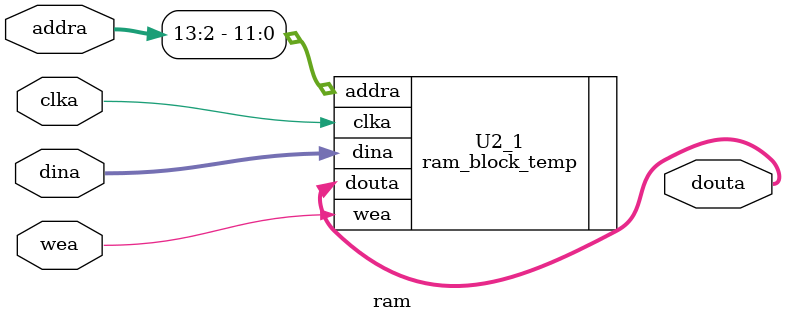
<source format=v>
`timescale 1ns / 1ps
`include "../include/CONFIG_DEFINES.v"
module ram(clka, wea, addra, dina, douta);
input					clka, wea;
input		[31: 0]	addra;
input		[31: 0]	dina;
output	[31:0]	douta;

ram_block_temp U2_1(
	.clka(clka),
	.wea(wea),
	.addra(addra[13: 2]),
	.dina(dina),
	.douta(douta)
);
//
//ram_block U2_2(					// fake block
//	.clka(clka),
//	.wea(wea),
//	.addra(ram_addr),
//	.dina(ram_data_in),
//	.douta(ram_data_out)
//);

endmodule

</source>
